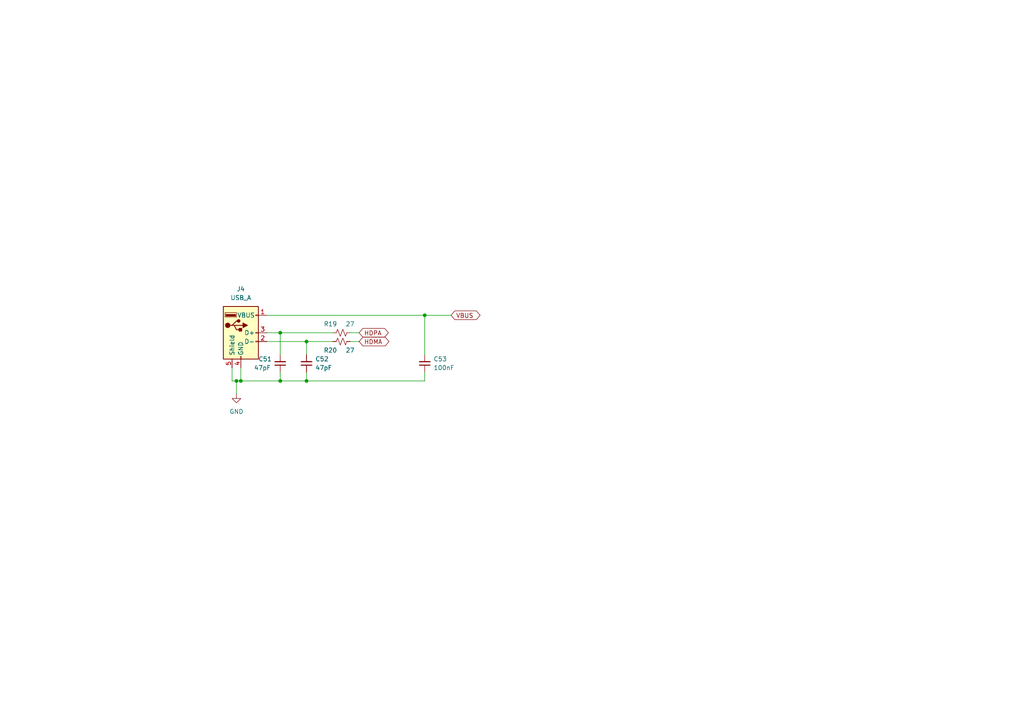
<source format=kicad_sch>
(kicad_sch (version 20230121) (generator eeschema)
  (paper "A4")
  (lib_symbols
    (symbol "Connector:USB_A" (pin_names (offset 1.016))
      (property "Reference" "J" (at -5.08 11.43 0))
      (property "Value" "USB_A" (at -5.08 8.89 0))
      (symbol "USB_A_0_1"
        (rectangle (start -5.08 -7.62) (end 5.08 7.62) (stroke (width 0.254)) (fill (type background)))
        (circle (center -3.81 2.159) (radius 0.635) (stroke (width 0.254)) (fill (type outline)))
        (rectangle (start -1.524 4.826) (end -4.318 5.334) (fill (type outline)))
        (rectangle (start -1.27 4.572) (end -4.572 5.842))
        (circle (center -0.635 3.429) (radius 0.381) (stroke (width 0.254)) (fill (type outline)))
        (rectangle (start -0.127 -7.62) (end 0.127 -6.858))
        (polyline (pts (xy -3.175 2.159) (xy -2.54 2.159) (xy -1.27 3.429) (xy -0.635 3.429)) (stroke (width 0.254)))
        (polyline (pts (xy -2.54 2.159) (xy -1.905 2.159) (xy -1.27 0.889) (xy 0 0.889)) (stroke (width 0.254)))
        (polyline (pts (xy 0.635 2.794) (xy 0.635 1.524) (xy 1.905 2.159) (xy 0.635 2.794)) (stroke (width 0.254)) (fill (type outline)))
        (rectangle (start 0.254 1.27) (end -0.508 0.508) (stroke (width 0.254)) (fill (type outline)))
        (rectangle (start 5.08 -2.667) (end 4.318 -2.413))
        (rectangle (start 5.08 -0.127) (end 4.318 0.127))
        (rectangle (start 5.08 4.953) (end 4.318 5.207))
      )
      (symbol "USB_A_1_1"
        (polyline (pts (xy -1.905 2.159) (xy 0.635 2.159)) (stroke (width 0.254)))
        (pin power_in line (at 7.62 5.08 180) (length 2.54) (name "VBUS") (number "1"))
        (pin bidirectional line (at 7.62 -2.54 180) (length 2.54) (name "D-") (number "2"))
        (pin bidirectional line (at 7.62 0 180) (length 2.54) (name "D+") (number "3"))
        (pin power_in line (at 0 -10.16 90) (length 2.54) (name "GND") (number "4"))
        (pin passive line (at -2.54 -10.16 90) (length 2.54) (name "Shield") (number "5"))
      )
    )
    (symbol "Device:C_Small" (pin_numbers hide) (pin_names (offset 0.254) hide)
      (property "Reference" "C" (at 0.254 1.778 0))
      (property "Value" "C_Small" (at 0.254 -2.032 0))
      (symbol "C_Small_0_1"
        (polyline (pts (xy -1.524 -0.508) (xy 1.524 -0.508)) (stroke (width 0.3302)))
        (polyline (pts (xy -1.524 0.508) (xy 1.524 0.508)) (stroke (width 0.3048)))
      )
      (symbol "C_Small_1_1"
        (pin passive line (at 0 2.54 270) (length 2.032) (name "~") (number "1"))
        (pin passive line (at 0 -2.54 90) (length 2.032) (name "~") (number "2"))
      )
    )
    (symbol "Device:R_Small_US" (pin_numbers hide) (pin_names (offset 0.254) hide)
      (property "Reference" "R" (at 0.762 0.508 0))
      (property "Value" "R_Small_US" (at 0.762 -1.016 0))
      (symbol "R_Small_US_1_1"
        (polyline (pts (xy 0 0) (xy 1.016 -0.381) (xy 0 -0.762) (xy -1.016 -1.143) (xy 0 -1.524)))
        (polyline (pts (xy 0 1.524) (xy 1.016 1.143) (xy 0 0.762) (xy -1.016 0.381) (xy 0 0)))
        (pin passive line (at 0 2.54 270) (length 1.016) (name "~") (number "1"))
        (pin passive line (at 0 -2.54 90) (length 1.016) (name "~") (number "2"))
      )
    )
    (symbol "power:GND" (power) (pin_names (offset 0))
      (property "Value" "GND" (at 0 -3.81 0))
      (symbol "GND_0_1"
        (polyline (pts (xy 0 0) (xy 0 -1.27) (xy 1.27 -1.27) (xy 0 -2.54) (xy -1.27 -1.27) (xy 0 -1.27)))
      )
      (symbol "GND_1_1"
        (pin power_in line (at 0 0 270) (length 0) hide (name "GND") (number "1"))
      )
    )
  )
  (junction (at 68.58 110.49))
  (junction (at 69.85 110.49))
  (junction (at 81.28 110.49))
  (junction (at 81.28 96.52))
  (junction (at 88.9 110.49))
  (junction (at 123.19 91.44))
  (junction (at 88.9 99.06))
  (wire (pts (xy 67.31 106.68) (xy 67.31 110.49)))
  (wire (pts (xy 88.9 99.06) (xy 96.52 99.06)))
  (wire (pts (xy 77.47 96.52) (xy 81.28 96.52)))
  (wire (pts (xy 77.47 99.06) (xy 88.9 99.06)))
  (wire (pts (xy 88.9 110.49) (xy 123.19 110.49)))
  (wire (pts (xy 69.85 106.68) (xy 69.85 110.49)))
  (wire (pts (xy 88.9 107.95) (xy 88.9 110.49)))
  (wire (pts (xy 81.28 110.49) (xy 88.9 110.49)))
  (wire (pts (xy 101.6 99.06) (xy 104.14 99.06)))
  (wire (pts (xy 68.58 110.49) (xy 69.85 110.49)))
  (wire (pts (xy 123.19 91.44) (xy 130.81 91.44)))
  (wire (pts (xy 67.31 110.49) (xy 68.58 110.49)))
  (wire (pts (xy 68.58 110.49) (xy 68.58 114.3)))
  (wire (pts (xy 81.28 107.95) (xy 81.28 110.49)))
  (wire (pts (xy 101.6 96.52) (xy 104.14 96.52)))
  (wire (pts (xy 123.19 107.95) (xy 123.19 110.49)))
  (wire (pts (xy 69.85 110.49) (xy 81.28 110.49)))
  (wire (pts (xy 88.9 99.06) (xy 88.9 102.87)))
  (wire (pts (xy 123.19 91.44) (xy 123.19 102.87)))
  (wire (pts (xy 81.28 96.52) (xy 96.52 96.52)))
  (wire (pts (xy 77.47 91.44) (xy 123.19 91.44)))
  (wire (pts (xy 81.28 96.52) (xy 81.28 102.87)))
  (global_label "VBUS" (shape bidirectional) (at 130.81 91.44 0) (property "Intersheetrefs" "${INTERSHEET_REFS}" (effects hide)))
  (global_label "HDPA" (shape bidirectional) (at 104.14 96.52 0) (property "Intersheetrefs" "${INTERSHEET_REFS}" (effects hide)))
  (global_label "HDMA" (shape bidirectional) (at 104.14 99.06 0) (property "Intersheetrefs" "${INTERSHEET_REFS}" (effects hide)))
  (symbol (lib_id "Device:C_Small") (at 88.9 105.41 180) (unit 1)
    (property "Reference" "C52" (at 91.44 104.1336 0) (effects (justify right)))
    (property "Value" "47pF" (at 91.44 106.6736 0) (effects (justify right)))
    (property "Footprint" "Capacitor_SMD:C_0805_2012Metric" (effects hide))
  )
  (symbol (lib_id "power:GND") (at 68.58 114.3 0) (unit 1)
    (property "Reference" "#PWR036" (effects hide))
    (property "Value" "GND" (at 68.58 119.38 0))
  )
  (symbol (lib_id "Device:R_Small_US") (at 99.06 96.52 90) (unit 1)
    (property "Reference" "R19" (at 97.79 93.98 90) (effects (justify left)))
    (property "Value" "27" (at 102.87 93.98 90) (effects (justify left)))
    (property "Footprint" "Resistor_SMD:R_0805_2012Metric" (effects hide))
  )
  (symbol (lib_id "Device:C_Small") (at 123.19 105.41 180) (unit 1)
    (property "Reference" "C53" (at 125.73 104.1336 0) (effects (justify right)))
    (property "Value" "100nF" (at 125.73 106.6736 0) (effects (justify right)))
    (property "Footprint" "Capacitor_SMD:C_0805_2012Metric" (effects hide))
  )
  (symbol (lib_id "Connector:USB_A") (at 69.85 96.52 0) (unit 1)
    (property "Reference" "J4" (at 69.85 83.82 0))
    (property "Value" "USB_A" (at 69.85 86.36 0))
    (property "Footprint" "Connector_USB:USB_A_Receptacle_GCT_USB1046" (effects hide))
    (property "Datasheet" "https://www.mouser.ca/datasheet/2/837/USB1046-1948751.pdf" (effects hide))
  )
  (symbol (lib_id "Device:R_Small_US") (at 99.06 99.06 90) (unit 1)
    (property "Reference" "R20" (at 97.79 101.6 90) (effects (justify left)))
    (property "Value" "27" (at 102.87 101.6 90) (effects (justify left)))
    (property "Footprint" "Resistor_SMD:R_0805_2012Metric" (effects hide))
  )
  (symbol (lib_id "Device:C_Small") (at 81.28 105.41 180) (unit 1)
    (property "Reference" "C51" (at 74.93 104.14 0) (effects (justify right)))
    (property "Value" "47pF" (at 73.66 106.68 0) (effects (justify right)))
    (property "Footprint" "Capacitor_SMD:C_0805_2012Metric" (effects hide))
  )
)
</source>
